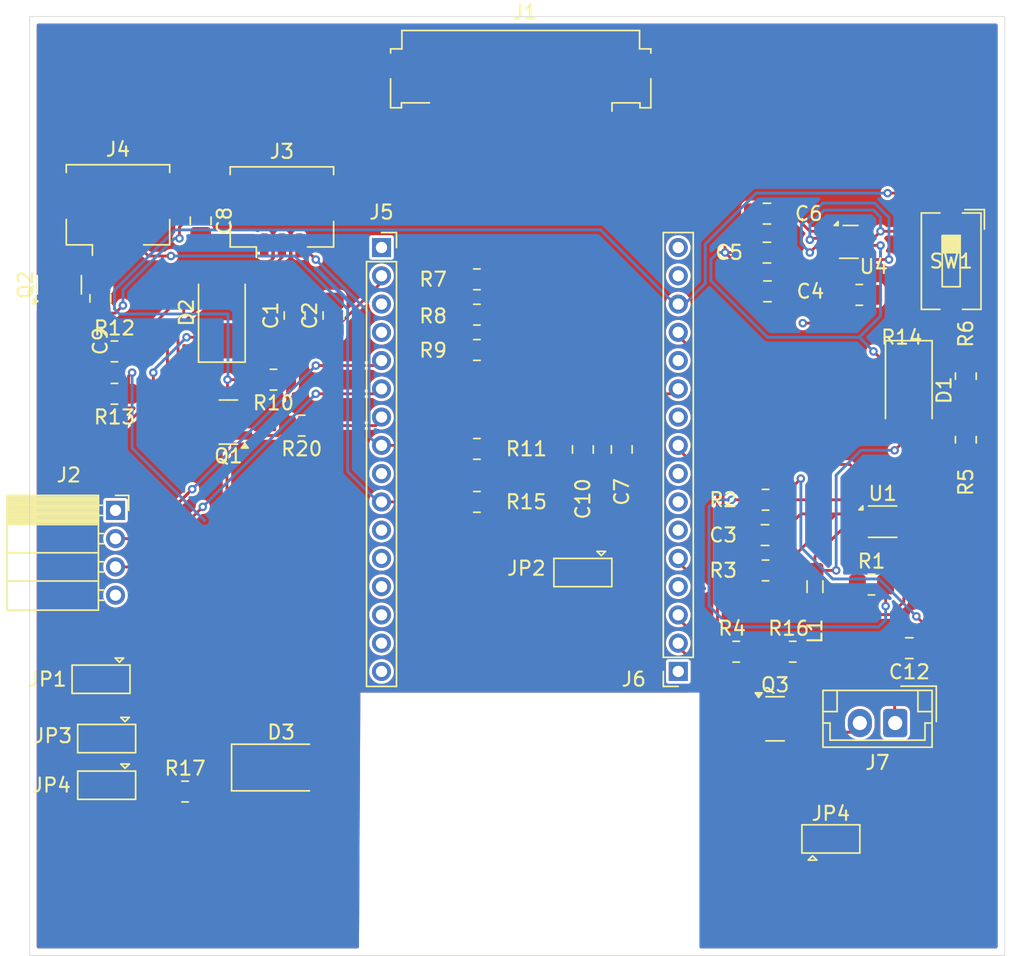
<source format=kicad_pcb>
(kicad_pcb (version 20241229) (generator "pcbnew") (generator_version "9.0")
  (layers (0 "F.Cu" signal) (2 "B.Cu" signal) (13 "F.Paste" user) (15 "B.Paste" user) (5 "F.SilkS" user "F.Silkscreen") (7 "B.SilkS" user "B.Silkscreen") (1 "F.Mask" user) (3 "B.Mask" user) (25 "Edge.Cuts" user))
  (net 0 "")
  (net 1 "3.3V")
  (net 2 "Net-(J5-Pin_2)")
  (net 3 "Net-(J6-Pin_13)")
  (net 4 "+5V")
  (net 5 "+5C")
  (net 6 "5U")
  (net 7 "Net-(J6-Pin_11)")
  (net 8 "Net-(J3-Pin_1)")
  (net 9 "Net-(J4-Pin_1)")
  (net 10 "+3.3V")
  (net 11 "/SPEAKER +")
  (net 12 "Net-(D1-A)")
  (net 13 "Net-(D2-A)")
  (net 14 "Net-(D3-A)")
  (net 15 "D0")
  (net 17 "A0")
  (net 18 "GPIO35")
  (net 19 "GPIO34")
  (net 21 "D37")
  (net 22 "ADC")
  (net 23 "RESET")
  (net 24 "MOSI")
  (net 25 "RX")
  (net 27 "MISO")
  (net 28 "TX")
  (net 29 "SCK")
  (net 30 "Fan1")
  (net 32 "AB1")
  (net 33 "SCL")
  (net 34 "SPEAKER")
  (net 36 "AB0")
  (net 38 "SDA")
  (net 39 "Fan2")
  (net 40 "D33")
  (net 41 "IRQ")
  (net 42 "/SPEAKER -")
  (net 43 "Net-(JP1-A)")
  (net 44 "Net-(JP1-C)")
  (net 45 "Net-(JP2-A)")
  (net 46 "Net-(JP3-A)")
  (net 47 "Net-(Q1-G)")
  (net 48 "Net-(Q2-G)")
  (net 49 "Net-(Q3-G)")
  (net 50 "Net-(U1-FB)")
  (net 51 "Net-(U1-VOUT)")
  (net 52 "Net-(U1-EN)")
  (net 53 "Net-(R5-Pad2)")
  (net 54 "+5U")
  (net 55 "Net-(SW1-Pad1)")
  (net 58 "/PS")
  (net 59 "Net-(JP4-A)")
  (net 63 "GND")
  (footprint "Resistor_SMD:R_0805_2012Metric_Pad1.20x1.40mm_HandSolder" (layer "F.Cu") (at 110.5 63.05 90)
    (property "Reference" "R5")
    (property "Value" "0")
  )
  (footprint "Resistor_SMD:R_0805_2012Metric_Pad1.20x1.40mm_HandSolder" (layer "F.Cu") (at 75.899 56.699)
    (property "Reference" "R9")
    (property "Value" "10k")
  )
  (footprint "Capacitor_SMD:C_0805_2012Metric_Pad1.18x1.45mm_HandSolder" (layer "F.Cu") (at 63 54.2625 90)
    (property "Reference" "C1")
    (property "Value" "47 uF")
  )
  (footprint "Jumper:SolderJumper-3_P1.3mm_Bridged12_Pad1.0x1.5mm" (layer "F.Cu") (at 49.7 87.5 180)
    (property "Reference" "JP4")
    (property "Value" "SolderJumper_3_Bridged12" (hide yes))
  )
  (footprint "Capacitor_SMD:C_0805_2012Metric_Pad1.18x1.45mm_HandSolder" (layer "F.Cu") (at 106.5 77.8 180)
    (property "Reference" "C12")
    (property "Value" "47uF")
  )
  (footprint "Package_DFN_QFN:Texas_RWU0007A_VQFN-7_2x2mm_P0.5mm" (layer "F.Cu") (at 104.613 68.85)
    (property "Reference" "U1")
    (property "Value" "TPS61022")
  )
  (footprint "Diode_SMD:D_SMA" (layer "F.Cu") (at 57.85 54.05 90)
    (property "Reference" "D2")
    (property "Value" "SS14")
  )
  (footprint "Resistor_SMD:R_0805_2012Metric_Pad1.20x1.40mm_HandSolder" (layer "F.Cu") (at 75.899 67.449)
    (property "Reference" "R15")
    (property "Value" "10k")
  )
  (footprint "Jumper:SolderJumper-3_P1.3mm_Bridged12_Pad1.0x1.5mm" (layer "F.Cu") (at 49.699 84.199 180)
    (property "Reference" "JP3")
    (property "Value" "SolderJumper_3_Bridged12" (hide yes))
  )
  (footprint "Button_Switch_SMD:SW_DIP_SPSTx01_Slide_6.7x4.1mm_W6.73mm_P2.54mm_LowProfile_JPin" (layer "F.Cu") (at 109.4625 50.415 -90)
    (property "Reference" "SW1")
    (property "Value" "SW_Push")
  )
  (footprint "Connector_PinSocket_2.00mm:PinSocket_1x16_P2.00mm_Vertical" (layer "F.Cu") (at 69.149 49.449)
    (property "Reference" "J5")
    (property "Value" "Conn_01x16")
  )
  (footprint "Resistor_SMD:R_0805_2012Metric_Pad1.20x1.40mm_HandSolder" (layer "F.Cu") (at 50.25 59.8 180)
    (property "Reference" "R13")
    (property "Value" "100")
  )
  (footprint "Resistor_SMD:R_0805_2012Metric_Pad1.20x1.40mm_HandSolder" (layer "F.Cu") (at 55.249 87.949)
    (property "Reference" "R17")
    (property "Value" "10k")
  )
  (footprint "Diode_SMD:D_SMA" (layer "F.Cu") (at 106.4625 59.55 -90)
    (property "Reference" "D1")
    (property "Value" "SS14")
  )
  (footprint "Connector_PinSocket_2.00mm:PinSocket_1x04_P2.00mm_Horizontal" (layer "F.Cu") (at 50.325 68.05)
    (property "Reference" "J2")
    (property "Value" "Conn_01x04")
  )
  (footprint "Package_TO_SOT_SMD:SOT-23" (layer "F.Cu") (at 58.3125 61.8 180)
    (property "Reference" "Q1")
    (property "Value" "AO3400A")
  )
  (footprint "Inductor_SMD:L_0805_2012Metric_Pad1.05x1.20mm_HandSolder" (layer "F.Cu") (at 99.825 73.45 90)
    (property "Reference" "L1")
    (property "Value" "1 uH")
  )
  (footprint "Capacitor_SMD:C_0805_2012Metric_Pad1.18x1.45mm_HandSolder" (layer "F.Cu") (at 56.35 47.55 -90)
    (property "Reference" "C8")
    (property "Value" "47uF")
  )
  (footprint "Capacitor_SMD:C_0805_2012Metric_Pad1.18x1.45mm_HandSolder" (layer "F.Cu") (at 65.75 54.2625 90)
    (property "Reference" "C2")
    (property "Value" "0.1 uF")
  )
  (footprint "Resistor_SMD:R_0805_2012Metric_Pad1.20x1.40mm_HandSolder" (layer "F.Cu") (at 96.325 72.3)
    (property "Reference" "R3")
    (property "Value" "100k")
  )
  (footprint "Package_TO_SOT_SMD:SOT-583-8" (layer "F.Cu") (at 102.2225 49.05)
    (property "Reference" "U4")
    (property "Value" "TPS2116DRL")
  )
  (footprint "Capacitor_SMD:C_0805_2012Metric_Pad1.18x1.45mm_HandSolder" (layer "F.Cu") (at 86.149 63.7365 -90)
    (property "Reference" "C7")
    (property "Value" "0.1 uF")
  )
  (footprint "Connector_Molex:Molex_CLIK-Mate_502382-0370_1x03-1MP_P1.25mm_Vertical" (layer "F.Cu") (at 62.1 47.35)
    (property "Reference" "J3")
    (property "Value" "Conn_01x03_MountingPin" (hide yes))
  )
  (footprint "Capacitor_SMD:C_0805_2012Metric_Pad1.18x1.45mm_HandSolder" (layer "F.Cu") (at 49.25 53.05 90)
    (property "Reference" "C9")
    (property "Value" "47uF")
  )
  (footprint "Capacitor_SMD:C_0805_2012Metric_Pad1.18x1.45mm_HandSolder" (layer "F.Cu") (at 83.399 63.7365 -90)
    (property "Reference" "C10")
    (property "Value" "47 uF")
  )
  (footprint "Diode_SMD:D_SMA" (layer "F.Cu") (at 62.049 86.249)
    (property "Reference" "D3")
    (property "Value" "SS14")
  )
  (footprint "Resistor_SMD:R_0805_2012Metric_Pad1.20x1.40mm_HandSolder" (layer "F.Cu") (at 110.5 58.55 90)
    (property "Reference" "R6")
    (property "Value" "10k")
  )
  (footprint "Resistor_SMD:R_0805_2012Metric_Pad1.20x1.40mm_HandSolder" (layer "F.Cu") (at 75.899 63.699)
    (property "Reference" "R11")
    (property "Value" "10k")
  )
  (footprint "Capacitor_SMD:C_0805_2012Metric_Pad1.18x1.45mm_HandSolder" (layer "F.Cu") (at 96.4625 52.55)
    (property "Reference" "C4")
    (property "Value" "22 uF")
  )
  (footprint "Resistor_SMD:R_0805_2012Metric_Pad1.20x1.40mm_HandSolder" (layer "F.Cu") (at 63.5 62.05 180)
    (property "Reference" "R20")
    (property "Value" "100")
  )
  (footprint "Resistor_SMD:R_0805_2012Metric_Pad1.20x1.40mm_HandSolder" (layer "F.Cu") (at 96.325 67.3)
    (property "Reference" "R2")
    (property "Value" "100k")
  )
  (footprint "Resistor_SMD:R_0805_2012Metric_Pad1.20x1.40mm_HandSolder" (layer "F.Cu") (at 102.9625 52.8 180)
    (property "Reference" "R14")
    (property "Value" "100k")
  )
  (footprint "Connector_JST:JST_EH_B2B-EH-A_1x02_P2.50mm_Vertical" (layer "F.Cu") (at 105.5 83.1 180)
    (property "Reference" "J7")
    (property "Value" "Conn_01x02")
  )
  (footprint "Resistor_SMD:R_0805_2012Metric_Pad1.20x1.40mm_HandSolder" (layer "F.Cu") (at 75.899 54.199)
    (property "Reference" "R8")
    (property "Value" "10k")
  )
  (footprint "Capacitor_SMD:C_0805_2012Metric_Pad1.18x1.45mm_HandSolder" (layer "F.Cu") (at 96.2875 69.8 180)
    (property "Reference" "C3")
    (property "Value" "22 uF")
  )
  (footprint "Capacitor_SMD:C_0805_2012Metric_Pad1.18x1.45mm_HandSolder" (layer "F.Cu") (at 96.425 49.81)
    (property "Reference" "C5" (hide yes))
    (property "Value" "22 uF")
  )
  (footprint "Capacitor_SMD:C_0805_2012Metric_Pad1.18x1.45mm_HandSolder" (layer "F.Cu") (at 96.425 47.05)
    (property "Reference" "C6")
    (property "Value" "22 uF")
  )
  (footprint "Resistor_SMD:R_0805_2012Metric_Pad1.20x1.40mm_HandSolder" (layer "F.Cu") (at 61.5 58.8 180)
    (property "Reference" "R10")
    (property "Value" "100k")
  )
  (footprint "Package_TO_SOT_SMD:SOT-23" (layer "F.Cu") (at 46.349 52.0865 90)
    (property "Reference" "Q2")
    (property "Value" "AO3400A")
  )
  (footprint "Jumper:SolderJumper-3_P1.3mm_Bridged12_Pad1.0x1.5mm" (layer "F.Cu") (at 49.3 80 180)
    (property "Reference" "JP1")
    (property "Value" "Jumper3" (hide yes))
  )
  (footprint "Connector_PinSocket_2.00mm:PinSocket_1x16_P2.00mm_Vertical" (layer "F.Cu") (at 90.149 79.449 180)
    (property "Reference" "J6")
    (property "Value" "Conn_01x16")
  )
  (footprint "Resistor_SMD:R_0805_2012Metric_Pad1.20x1.40mm_HandSolder" (layer "F.Cu") (at 75.899 51.699)
    (property "Reference" "R7")
    (property "Value" "10k")
  )
  (footprint "Connector_Molex:Molex_CLIK-Mate_502382-0370_1x03-1MP_P1.25mm_Vertical" (layer "F.Cu") (at 50.5 47.2)
    (property "Reference" "J4")
    (property "Value" "Conn_01x03_MountingPin" (hide yes))
  )
  (footprint "Jumper:SolderJumper-3_P1.3mm_Bridged12_Pad1.0x1.5mm" (layer "F.Cu") (at 100.95 91.3)
    (property "Reference" "JP4")
    (property "Value" "SolderJumper_3_Bridged12")
  )
  (footprint "Jumper:SolderJumper-3_P1.3mm_Bridged12_Pad1.0x1.5mm" (layer "F.Cu") (at 83.399 72.449 180)
    (property "Reference" "JP2")
    (property "Value" "SolderJumper_3_Bridged12" (hide yes))
  )
  (footprint "Resistor_SMD:R_0805_2012Metric_Pad1.20x1.40mm_HandSolder" (layer "F.Cu") (at 98.25 78.05)
    (property "Reference" "R16")
    (property "Value" "1M")
  )
  (footprint "Package_TO_SOT_SMD:SOT-23" (layer "F.Cu") (at 97 82.8)
    (property "Reference" "Q3")
    (property "Value" "AO3400A")
  )
  (footprint "Resistor_SMD:R_0805_2012Metric_Pad1.20x1.40mm_HandSolder" (layer "F.Cu") (at 103.825 73.3)
    (property "Reference" "R1")
    (property "Value" "732k")
  )
  (footprint "Resistor_SMD:R_0805_2012Metric_Pad1.20x1.40mm_HandSolder" (layer "F.Cu") (at 94.25 78.05)
    (property "Reference" "R4")
    (property "Value" "100")
  )
  (footprint "Resistor_SMD:R_0805_2012Metric_Pad1.20x1.40mm_HandSolder" (layer "F.Cu") (at 50.25 56.8)
    (property "Reference" "R12")
    (property "Value" "100k")
  )
  (footprint "Connector_FFC-FPC:Molex_200528-0130_1x13-1MP_P1.00mm_Horizontal" (layer "F.Cu") (at 79 38.39 180)
    (property "Reference" "J1")
    (property "Value" "Conn_01x15")
  )
  (gr_rect (start 44.25 33.1) (end 113.25 99.55) (stroke (width 0.05)) (fill no) (layer "Edge.Cuts"))
  (gr_text "C5" (at 93.75 49.8 0) (layer "F.SilkS") (effects (font (size 1 1))))
  (segment (start 63 53.225) (end 65.75 53.225) (width 0.2) (layer "F.Cu") (net 1))
  (segment (start 65.75 55.3) (end 69.25 51.8) (width 0.2) (layer "F.Cu") (net 2))
  (segment (start 63 55.3) (end 65.75 55.3) (width 0.2) (layer "F.Cu") (net 2))
  (segment (start 63.9625 55.3) (end 64 55.3375) (width 0.2) (layer "F.Cu") (net 2))
  (segment (start 93.325 65.3) (end 93.325 69.8) (width 0.2) (layer "F.Cu") (net 3))
  (segment (start 90.25 55.8) (end 93.325 58.875) (width 0.2) (layer "F.Cu") (net 3))
  (segment (start 93.325 69.8) (end 95.25 69.8) (width 0.2) (layer "F.Cu") (net 3))
  (segment (start 93.825 64.8) (end 93.325 65.3) (width 0.2) (layer "F.Cu") (net 3))
  (segment (start 105.588 68.1) (end 102.288 64.8) (width 0.2) (layer "F.Cu") (net 3))
  (segment (start 102.288 64.8) (end 93.825 64.8) (width 0.2) (layer "F.Cu") (net 3))
  (segment (start 93.325 74.1) (end 93.825 74.6) (width 0.2) (layer "F.Cu") (net 3))
  (segment (start 93.325 58.875) (end 93.325 65.3) (width 0.2) (layer "F.Cu") (net 3))
  (segment (start 93.325 69.8) (end 93.325 74.1) (width 0.2) (layer "F.Cu") (net 3))
  (segment (start 93.825 74.6) (end 99.825 74.6) (width 0.2) (layer "F.Cu") (net 3))
  (segment (start 101.4825 48.3) (end 101.865274 48.3) (width 0.2) (layer "F.Cu") (net 4))
  (segment (start 97.325 69.8) (end 97.325 67.3) (width 0.2) (layer "F.Cu") (net 4))
  (segment (start 102.1185 49.546774) (end 101.865274 49.8) (width 0.2) (layer "F.Cu") (net 4))
  (segment (start 60.5 58.8) (end 58.25 58.8) (width 0.2) (layer "F.Cu") (net 4))
  (segment (start 97.9375 82.8) (end 99.25 81.4875) (width 0.2) (layer "F.Cu") (net 4))
  (segment (start 109.93866 45.6) (end 104.9625 45.6) (width 0.2) (layer "F.Cu") (net 4))
  (segment (start 103.988 68.3) (end 102.988 67.3) (width 0.2) (layer "F.Cu") (net 4))
  (segment (start 110.5 64.05) (end 111.501 63.049) (width 0.2) (layer "F.Cu") (net 4))
  (segment (start 59.25 61.370532) (end 59.25 60.85) (width 0.2) (layer "F.Cu") (net 4))
  (segment (start 110.5 57.55) (end 110.5 46.16134) (width 0.2) (layer "F.Cu") (net 4))
  (segment (start 99.75 51.0875) (end 98.4725 49.81) (width 0.2) (layer "F.Cu") (net 4))
  (segment (start 101.865274 49.8) (end 101.4825 49.8) (width 0.2) (layer "F.Cu") (net 4))
  (segment (start 58.25 59.85) (end 58.25 58.8) (width 0.2) (layer "F.Cu") (net 4))
  (segment (start 97.9625 46.8) (end 99.4625 48.3) (width 0.2) (layer "F.Cu") (net 4))
  (segment (start 103.988 68.3) (end 101.325 68.3) (width 0.2) (layer "F.Cu") (net 4))
  (segment (start 102.1185 48.553226) (end 102.1185 49.546774) (width 0.2) (layer "F.Cu") (net 4))
  (segment (start 107.5375 76.0875) (end 107 75.55) (width 0.2) (layer "F.Cu") (net 4))
  (segment (start 103.9625 52.8) (end 101.9625 54.8) (width 0.2) (layer "F.Cu") (net 4))
  (segment (start 58.25 59.85) (end 59.25 60.85) (width 0.2) (layer "F.Cu") (net 4))
  (segment (start 99.75 51.0875) (end 97.5375 53.3) (width 0.2) (layer "F.Cu") (net 4))
  (segment (start 99.4625 48.3) (end 101.4825 48.3) (width 0.2) (layer "F.Cu") (net 4))
  (segment (start 51.25 56.65) (end 51.25 56.8) (width 0.2) (layer "F.Cu") (net 4))
  (segment (start 53.215 74.63) (end 58.2115 69.6335) (width 0.2) (layer "F.Cu") (net 4))
  (segment (start 101.0375 49.8) (end 99.75 51.0875) (width 0.2) (layer "F.Cu") (net 4))
  (segment (start 98.9625 54.725) (end 98.9625 54.8) (width 0.2) (layer "F.Cu") (net 4))
  (segment (start 97.325 67.3) (end 98.825 65.8) (width 0.2) (layer "F.Cu") (net 4))
  (segment (start 101.4825 49.8) (end 101.0375 49.8) (width 0.2) (layer "F.Cu") (net 4))
  (segment (start 54.55 53.35) (end 51.25 56.65) (width 0.2) (layer "F.Cu") (net 4))
  (segment (start 58.2115 69.6335) (end 58.2115 62.409032) (width 0.2) (layer "F.Cu") (net 4))
  (segment (start 101.325 68.3) (end 97.325 72.3) (width 0.2) (layer "F.Cu") (net 4))
  (segment (start 110.5 46.16134) (end 109.93866 45.6) (width 0.2) (layer "F.Cu") (net 4))
  (segment (start 103.988 68.3) (end 98.825 68.3) (width 0.2) (layer "F.Cu") (net 4))
  (segment (start 101.865274 48.3) (end 102.1185 48.553226) (width 0.2) (layer "F.Cu") (net 4))
  (segment (start 111.501 58.551) (end 110.5 57.55) (width 0.2) (layer "F.Cu") (net 4))
  (segment (start 107.5375 77.8) (end 107.5375 76.0875) (width 0.2) (layer "F.Cu") (net 4))
  (segment (start 97.4625 46.8) (end 97.9625 46.8) (width 0.2) (layer "F.Cu") (net 4))
  (segment (start 111.501 63.049) (end 111.501 58.551) (width 0.2) (layer "F.Cu") (net 4))
  (segment (start 98.825 68.3) (end 97.325 69.8) (width 0.2) (layer "F.Cu") (net 4))
  (segment (start 101.4725 49.81) (end 101.4825 49.8) (width 0.2) (layer "F.Cu") (net 4))
  (segment (start 98.4725 49.81) (end 97.4625 49.81) (width 0.2) (layer "F.Cu") (net 4))
  (segment (start 97.325 72.3) (end 97.325 69.8) (width 0.2) (layer "F.Cu") (net 4))
  (segment (start 52 74.63) (end 53.215 74.63) (width 0.2) (layer "F.Cu") (net 4))
  (segment (start 58.2115 62.409032) (end 59.25 61.370532) (width 0.2) (layer "F.Cu") (net 4))
  (segment (start 102.988 67.3) (end 97.325 67.3) (width 0.2) (layer "F.Cu") (net 4))
  (segment (start 98.9625 54.8) (end 101.9625 54.8) (width 0.2) (layer "F.Cu") (net 4))
  (segment (start 99.25 81.4875) (end 99.25 78.05) (width 0.2) (layer "F.Cu") (net 4))
  (via (at 58.25 58.8) (size 0.6) (drill 0.3) (layers "F.Cu" "B.Cu") (net 4))
  (via (at 98.825 65.8) (size 0.6) (drill 0.3) (layers "F.Cu" "B.Cu") (net 4))
  (via (at 104.9625 45.6) (size 0.6) (drill 0.3) (layers "F.Cu" "B.Cu") (net 4))
  (via (at 98.9625 54.8) (size 0.6) (drill 0.3) (layers "F.Cu" "B.Cu") (net 4))
  (via (at 107 75.55) (size 0.6) (drill 0.3) (layers "F.Cu" "B.Cu") (net 4))
  (segment (start 58.2839 58.7661) (end 58.2839 54.151) (width 0.2) (layer "B.Cu") (net 4))
  (segment (start 98.825 65.725) (end 98.825 65.8) (width 0.2) (layer "B.Cu") (net 4))
  (segment (start 104.9625 45.6) (end 95.6625 45.6) (width 0.2) (layer "B.Cu") (net 4))
  (segment (start 50.249 52.4839) (end 54.5339 48.199) (width 0.2) (layer "B.Cu") (net 4))
  (segment (start 50.249 53.798943) (end 50.249 52.4839) (width 0.2) (layer "B.Cu") (net 4))
  (segment (start 107 75.55) (end 104.351 72.901) (width 0.2) (layer "B.Cu") (net 4))
  (segment (start 100.987528 72.812472) (end 98.825 70.649943) (width 0.2) (layer "B.Cu") (net 4))
  (segment (start 54.5339 48.199) (end 84.649 48.199) (width 0.2) (layer "B.Cu") (net 4))
  (segment (start 58.25 58.8) (end 58.2839 58.7661) (width 0.2) (layer "B.Cu") (net 4))
  (segment (start 104.351 72.901) (end 101.076057 72.901) (width 0.2) (layer "B.Cu") (net 4))
  (segment (start 92.0615 49.201) (end 92.0615 51.9885) (width 0.2) (layer "B.Cu") (net 4))
  (segment (start 92.0615 49.201) (end 95.6625 45.6) (width 0.2) (layer "B.Cu") (net 4))
  (segment (start 92.0615 51.9885) (end 90.25 53.8) (width 0.2) (layer "B.Cu") (net 4))
  (segment (start 50.249 53.798943) (end 50.601057 54.151) (width 0.2) (layer "B.Cu") (net 4))
  (segment (start 84.649 48.199) (end 90.25 53.8) (width 0.2) (layer "B.Cu") (net 4))
  (segment (start 58.2839 54.151) (end 50.601057 54.151) (width 0.2) (layer "B.Cu") (net 4))
  (segment (start 101.076057 72.901) (end 100.987528 72.812472) (width 0.2) (layer "B.Cu") (net 4))
  (segment (start 98.825 70.649943) (end 98.825 65.8) (width 0.2) (layer "B.Cu") (net 4))
  (segment (start 50.3125 54.0875) (end 50.85 53.55) (width 0.2) (layer "F.Cu") (net 5))
  (segment (start 50 63.05) (end 53 60.05) (width 0.2) (layer "F.Cu") (net 5))
  (segment (start 93.4625 49.8) (end 93.4625 49.05) (width 0.2) (layer "F.Cu") (net 5))
  (segment (start 93.4625 48.975) (end 93.4625 49.05) (width 0.2) (layer "F.Cu") (net 5))
  (segment (start 104.7125 57.55) (end 103.9625 56.8) (width 0.2) (layer "F.Cu") (net 5))
  (segment (start 57.85 56.05) (end 57.6 55.8) (width 0.2) (layer "F.Cu") (net 5))
  (segment (start 95.425 51.7625) (end 93.4625 49.8) (width 0.2) (layer "F.Cu") (net 5))
  (segment (start 49.25 54.0875) (end 50.3125 54.0875) (width 0.2) (layer "F.Cu") (net 5))
  (segment (start 95.3875 47.05) (end 93.4625 48.975) (width 0.2) (layer "F.Cu") (net 5))
  (segment (start 53 60.05) (end 53 58.3) (width 0.2) (layer "F.Cu") (net 5))
  (segment (start 106.4625 57.55) (end 104.7125 57.55) (width 0.2) (layer "F.Cu") (net 5))
  (segment (start 102.9625 49.3) (end 104.4625 49.3) (width 0.2) (layer "F.Cu") (net 5))
  (segment (start 93.4625 49.8) (end 95.3775 49.8) (width 0.2) (layer "F.Cu") (net 5))
  (segment (start 54.85 48.0125) (end 54.85 48.8) (width 0.2) (layer "F.Cu") (net 5))
  (segment (start 56.35 46.5125) (end 54.85 48.0125) (width 0.2) (layer "F.Cu") (net 5))
  (segment (start 95.425 52.55) (end 95.425 51.7625) (width 0.2) (layer "F.Cu") (net 5))
  (segment (start 95.3775 49.8) (end 95.3875 49.81) (width 0.2) (layer "F.Cu") (net 5))
  (segment (start 57.6 55.8) (end 55.35 55.8) (width 0.2) (layer "F.Cu") (net 5))
  (via (at 53 58.3) (size 0.6) (drill 0.3) (layers "F.Cu" "B.Cu") (net 5))
  (via (at 104.4625 49.3) (size 0.6) (drill 0.3) (layers "F.Cu" "B.Cu") (net 5))
  (via (at 50.85 53.55) (size 0.6) (drill 0.3) (layers "F.Cu" "B.Cu") (net 5))
  (via (at 54.85 48.8) (size 0.6) (drill 0.3) (layers "F.Cu" "B.Cu") (net 5))
  (via (at 103.9625 56.8) (size 0.6) (drill 0.3) (layers "F.Cu" "B.Cu") (net 5))
  (via (at 55.35 55.8) (size 0.6) (drill 0.3) (layers "F.Cu" "B.Cu") (net 5))
  (via (at 93.4625 49.8) (size 0.6) (drill 0.3) (layers "F.Cu" "B.Cu") (net 5))
  (segment (start 93.4625 49.8) (end 92.9625 49.8) (width 0.2) (layer "B.Cu") (net 5))
  (segment (start 104.4625 54.3) (end 102.9625 55.8) (width 0.2) (layer "B.Cu") (net 5))
  (segment (start 104.4625 49.8) (end 104.4625 49.3) (width 0.2) (layer "B.Cu") (net 5))
  (segment (start 53 58.15) (end 55.35 55.8) (width 0.2) (layer "B.Cu") (net 5))
  (segment (start 102.9625 55.8) (end 103.9625 56.8) (width 0.2) (layer "B.Cu") (net 5))
  (segment (start 104.4625 50.3) (end 104.4625 49.8) (width 0.2) (layer "B.Cu") (net 5))
  (segment (start 50.85 53.55) (end 50.85 52.45) (width 0.2) (layer "B.Cu") (net 5))
  (segment (start 104.4625 49.8) (end 104.4625 54.3) (width 0.2) (layer "B.Cu") (net 5))
  (segment (start 50.85 52.45) (end 54.5 48.8) (width 0.2) (layer "B.Cu") (net 5))
  (segment (start 92.9625 49.8) (end 92.4625 50.3) (width 0.2) (layer "B.Cu") (net 5))
  (segment (start 92.4625 51.8) (end 96.4625 55.8) (width 0.2) (layer "B.Cu") (net 5))
  (segment (start 54.5 48.8) (end 54.85 48.8) (width 0.2) (layer "B.Cu") (net 5))
  (segment (start 92.4625 50.3) (end 92.4625 51.8) (width 0.2) (layer "B.Cu") (net 5))
  (segment (start 96.4625 55.8) (end 102.9625 55.8) (width 0.2) (layer "B.Cu") (net 5))
  (segment (start 53 58.3) (end 53 58.15) (width 0.2) (layer "B.Cu") (net 5))
  (segment (start 87 59.8) (end 90.25 59.8) (width 0.2) (layer "F.Cu") (net 7))
  (segment (start 60.1375 48.5875) (end 60.85 49.3) (width 0.2) (layer "F.Cu") (net 8))
  (segment (start 56.35 48.5875) (end 60.1375 48.5875) (width 0.2) (layer "F.Cu") (net 8))
  (segment (start 49.25 52.0125) (end 49.25 49.15) (width 0.2) (layer "F.Cu") (net 9))
  (segment (start 49.1 49.3) (end 49.25 49.15) (width 0.2) (layer "F.Cu") (net 9))
  (segment (start 74.899 54.199) (end 74.899 51.699) (width 0.2) (layer "F.Cu") (net 10))
  (segment (start 73.364392 51.63025) (end 73.374392 51.62025) (width 0.2) (layer "F.Cu") (net 10))
  (segment (start 74.899 56.699) (end 74.899 54.199) (width 0.2) (layer "F.Cu") (net 10))
  (segment (start 105.4625 77.8) (end 105.4625 83.0625) (width 0.2) (layer "F.Cu") (net 11))
  (segment (start 105.4625 83.0625) (end 105.5 83.1) (width 0.2) (layer "F.Cu") (net 11))
  (segment (start 99.825 72.3) (end 101.325 72.3) (width 0.2) (layer "F.Cu") (net 12))
  (segment (start 104.138 68.85) (end 102.275 68.85) (width 0.2) (layer "F.Cu") (net 12))
  (segment (start 99.825 71.3) (end 99.825 72.3) (width 0.2) (layer "F.Cu") (net 12))
  (segment (start 106.4625 62.8) (end 105.4625 63.8) (width 0.2) (layer "F.Cu") (net 12))
  (segment (start 106.4625 61.55) (end 106.4625 62.8) (width 0.2) (layer "F.Cu") (net 12))
  (segment (start 102.275 68.85) (end 99.825 71.3) (width 0.2) (layer "F.Cu") (net 12))
  (segment (start 104.863 68.85) (end 104.864 68.851) (width 0.2) (layer "F.Cu") (net 12))
  (segment (start 104.138 68.85) (end 104.863 68.85) (width 0.2) (layer "F.Cu") (net 12))
  (via (at 101.325 72.3) (size 0.6) (drill 0.3) (layers "F.Cu" "B.Cu") (net 12))
  (via (at 105.4625 63.8) (size 0.6) (drill 0.3) (layers "F.Cu" "B.Cu") (net 12))
  (segment (start 103.075 63.8) (end 101.325 65.55) (width 0.2) (layer "B.Cu") (net 12))
  (segment (start 101.325 72.3) (end 101.325 65.55) (width 0.2) (layer "B.Cu") (net 12))
  (segment (start 104.5 63.8) (end 105.4625 63.8) (width 0.2) (layer "B.Cu") (net 12))
  (segment (start 104.5 63.8) (end 103.075 63.8) (width 0.2) (layer "B.Cu") (net 12))
  (segment (start 57.375 61.8) (end 54.749 59.174) (width 0.2) (layer "F.Cu") (net 13))
  (segment (start 57.85 52.05) (end 60.199999 52.05) (width 0.2) (layer "F.Cu") (net 13))
  (segment (start 62.1 50.149999) (end 62.1 49.3) (width 0.2) (layer "F.Cu") (net 13))
  (segment (start 54.749 55.151) (end 57.85 52.05) (width 0.2) (layer "F.Cu") (net 13))
  (segment (start 60.199999 52.05) (end 62.1 50.149999) (width 0.2) (layer "F.Cu") (net 13))
  (segment (start 54.749 59.174) (end 54.749 55.151) (width 0.2) (layer "F.Cu") (net 13))
  (segment (start 50.5 49.15) (end 50.5 49.999999) (width 0.2) (layer "F.Cu") (net 14))
  (segment (start 55.151 52.571532) (end 54.054468 51.475) (width 0.2) (layer "F.Cu") (net 14))
  (segment (start 54.054468 51.475) (end 53.6 51.475) (width 0.2) (layer "F.Cu") (net 14))
  (segment (start 55.151 54.128468) (end 55.151 52.571532) (width 0.2) (layer "F.Cu") (net 14))
  (segment (start 54 55.279468) (end 55.151 54.128468) (width 0.2) (layer "F.Cu") (net 14))
  (segment (start 54 63.05) (end 54 55.279468) (width 0.2) (layer "F.Cu") (net 14))
  (segment (start 50.325 72.05) (end 52.25 72.05) (width 0.2) (layer "F.Cu") (net 15))
  (segment (start 69.25 59.8) (end 64.5 59.8) (width 0.2) (layer "F.Cu") (net 15))
  (segment (start 52.25 72.05) (end 56.5 67.8) (width 0.2) (layer "F.Cu") (net 15))
  (via (at 64.5 59.8) (size 0.6) (drill 0.3) (layers "F.Cu" "B.Cu") (net 15))
  (via (at 56.5 67.8) (size 0.6) (drill 0.3) (layers "F.Cu" "B.Cu") (net 15))
  (segment (start 56.5 67.8) (end 64.5 59.8) (width 0.2) (layer "B.Cu") (net 15))
  (segment (start 52.25 70.05) (end 55.75 66.55) (width 0.2) (layer "F.Cu") (net 17))
  (segment (start 55.75 66.55) (end 52.75 69.55) (width 0.2) (layer "F.Cu") (net 17))
  (segment (start 50.325 70.05) (end 52.25 70.05) (width 0.2) (layer "F.Cu") (net 17))
  (segment (start 69.25 57.8) (end 64.5 57.8) (width 0.2) (layer "F.Cu") (net 17))
  (via (at 55.75 66.55) (size 0.6) (drill 0.3) (layers "F.Cu" "B.Cu") (net 17))
  (via (at 64.5 57.8) (size 0.6) (drill 0.3) (layers "F.Cu" "B.Cu") (net 17))
  (segment (start 64.5 57.8) (end 55.75 66.55) (width 0.2) (layer "B.Cu") (net 17))
  (segment (start 51.75 49.15) (end 52.65 50.05) (width 0.2) (layer "F.Cu") (net 18))
  (segment (start 74.899 67.449) (end 69.149 67.449) (width 0.2) (layer "F.Cu") (net 18))
  (segment (start 52.65 50.05) (end 54.25 50.05) (width 0.2) (layer "F.Cu") (net 18))
  (via (at 54.25 50.05) (size 0.6) (drill 0.3) (layers "F.Cu" "B.Cu") (net 18))
  (segment (start 54.25 50.05) (end 63 50.05) (width 0.2) (layer "B.Cu") (net 18))
  (segment (start 66.75 65.3) (end 69.25 67.8) (width 0.2) (layer "B.Cu") (net 18))
  (segment (start 69.251 67.799) (end 69.25 67.8) (width 0.2) (layer "B.Cu") (net 18))
  (segment (start 63 50.05) (end 66.75 53.8) (width 0.2) (layer "B.Cu") (net 18))
  (segment (start 66.75 53.8) (end 66.75 65.3) (width 0.2) (layer "B.Cu") (net 18))
  (segment (start 74.399 63.449) (end 69.149 63.449) (width 0.2) (layer "F.Cu") (net 19))
  (segment (start 74.899 63.699) (end 74.649 63.699) (width 0.2) (layer "F.Cu") (net 19))
  (segment (start 74.649 63.699) (end 74.399 63.449) (width 0.2) (layer "F.Cu") (net 19))
  (segment (start 63.5 49.3) (end 64.5 50.3) (width 0.2) (layer "F.Cu") (net 19))
  (segment (start 63.35 49.3) (end 63.5 49.3) (width 0.2) (layer "F.Cu") (net 19))
  (via (at 64.5 50.3) (size 0.6) (drill 0.3) (layers "F.Cu" "B.Cu") (net 19))
  (segment (start 64.5 50.3) (end 68.274 54.074) (width 0.2) (layer "B.Cu") (net 19))
  (segment (start 68.274 54.074) (end 68.274 62.824) (width 0.2) (layer "B.Cu") (net 19))
  (segment (start 68.274 62.824) (end 69.25 63.8) (width 0.2) (layer "B.Cu") (net 19))
  (segment (start 69.301 63.749) (end 69.25 63.8) (width 0.2) (layer "B.Cu") (net 19))
  (segment (start 69.25 61.8) (end 69 61.8) (width 0.2) (layer "F.Cu") (net 30))
  (segment (start 68.75 62.05) (end 64.5 62.05) (width 0.2) (layer "F.Cu") (net 30))
  (segment (start 69 61.8) (end 68.75 62.05) (width 0.2) (layer "F.Cu") (net 30))
  (segment (start 91.226 80.776) (end 91.226 78.776) (width 0.2) (layer "F.Cu") (net 33))
  (segment (start 91.226 78.776) (end 90.25 77.8) (width 0.2) (layer "F.Cu") (net 33))
  (segment (start 93.25 78.05) (end 92.924 77.724) (width 0.2) (layer "F.Cu") (net 34))
  (segment (start 92.924 66.474) (end 90.25 63.8) (width 0.2) (layer "F.Cu") (net 34))
  (segment (start 92.924 77.724) (end 92.924 66.474) (width 0.2) (layer "F.Cu") (net 34))
  (segment (start 91.627 77.177) (end 90.25 75.8) (width 0.2) (layer "F.Cu") (net 36))
  (segment (start 51.25 58.55) (end 51.5 58.3) (width 0.2) (layer "F.Cu") (net 39))
  (segment (start 51.25 59.8) (end 51.25 58.55) (width 0.2) (layer "F.Cu") (net 39))
  (via (at 51.5 58.3) (size 0.6) (drill 0.3) (layers "F.Cu" "B.Cu") (net 39))
  (segment (start 51.5 63.649943) (end 56.626057 68.776) (width 0.2) (layer "B.Cu") (net 39))
  (segment (start 51.5 58.3) (end 51.5 63.649943) (width 0.2) (layer "B.Cu") (net 39))
  (segment (start 92.028 73.578) (end 90.25 71.8) (width 0.2) (layer "F.Cu") (net 41))
  (segment (start 96.0625 83.75) (end 102.35 83.75) (width 0.2) (layer "F.Cu") (net 42))
  (segment (start 96 83.9875) (end 96.454468 83.9875) (width 0.2) (layer "F.Cu") (net 42))
  (segment (start 102.35 83.75) (end 103 83.1) (width 0.2) (layer "F.Cu") (net 42))
  (segment (start 59.25 62.75) (end 61.8 62.75) (width 0.2) (layer "F.Cu") (net 47))
  (segment (start 62.5 62.05) (end 62.5 58.8) (width 0.2) (layer "F.Cu") (net 47))
  (segment (start 61.8 62.75) (end 62.5 62.05) (width 0.2) (layer "F.Cu") (net 47))
  (segment (start 97.25 78.05) (end 95.25 78.05) (width 0.2) (layer "F.Cu") (net 49))
  (segment (start 96.0625 81.85) (end 97.25 80.6625) (width 0.2) (layer "F.Cu") (net 49))
  (segment (start 96.95 78.35) (end 97.25 78.05) (width 0.2) (layer "F.Cu") (net 49))
  (segment (start 97.25 80.6625) (end 97.25 78.05) (width 0.2) (layer "F.Cu") (net 49))
  (segment (start 104.825 73.3) (end 104.825 74.826) (width 0.2) (layer "F.Cu") (net 50))
  (segment (start 105.588 69.6) (end 104.825 70.363) (width 0.2) (layer "F.Cu") (net 50))
  (segment (start 95.325 67.3) (end 93.925 67.3) (width 0.2) (layer "F.Cu") (net 50))
  (segment (start 104.825 70.363) (end 104.825 73.3) (width 0.2) (layer "F.Cu") (net 50))
  (segment (start 105.388 69.8) (end 105.325 69.8) (width 0.2) (layer "F.Cu") (net 50))
  (via (at 93.925 67.3) (size 0.6) (drill 0.3) (layers "F.Cu" "B.Cu") (net 50))
  (via (at 104.825 74.826) (size 0.6) (drill 0.3) (layers "F.Cu" "B.Cu") (net 50))
  (segment (start 92.825 67.3) (end 93.925 67.3) (width 0.2) (layer "B.Cu") (net 50))
  (segment (start 92.325 67.8) (end 92.825 67.3) (width 0.2) (layer "B.Cu") (net 50))
  (segment (start 104.825 75.8) (end 104.325 76.3) (width 0.2) (layer "B.Cu") (net 50))
  (segment (start 104.325 76.3) (end 93.825 76.3) (width 0.2) (layer "B.Cu") (net 50))
  (segment (start 93.825 76.3) (end 92.325 74.8) (width 0.2) (layer "B.Cu") (net 50))
  (segment (start 92.325 74.8) (end 92.325 67.8) (width 0.2) (layer "B.Cu") (net 50))
  (segment (start 104.825 74.826) (end 104.825 75.8) (width 0.2) (layer "B.Cu") (net 50))
  (segment (start 102.825 70.563) (end 102.825 73.3) (width 0.2) (layer "F.Cu") (net 51))
  (segment (start 103.988 69.4) (end 102.825 70.563) (width 0.2) (layer "F.Cu") (net 51))
  (segment (start 106.114 69.385202) (end 106.114 74.511) (width 0.2) (layer "F.Cu") (net 52))
  (segment (start 102.06216 75.426) (end 99.93716 73.301) (width 0.2) (layer "F.Cu") (net 52))
  (segment (start 106.114 74.511) (end 105.199 75.426) (width 0.2) (layer "F.Cu") (net 52))
  (segment (start 99.93716 73.301) (end 96.326 73.301) (width 0.2) (layer "F.Cu") (net 52))
  (segment (start 105.828798 69.1) (end 106.114 69.385202) (width 0.2) (layer "F.Cu") (net 52))
  (segment (start 105.199 75.426) (end 102.06216 75.426) (width 0.2) (layer "F.Cu") (net 52))
  (segment (start 96.326 73.301) (end 95.325 72.3) (width 0.2) (layer "F.Cu") (net 52))
  (segment (start 105.588 69.1) (end 105.828798 69.1) (width 0.2) (layer "F.Cu") (net 52))
  (segment (start 110.5 59.55) (end 109.4625 58.5125) (width 0.2) (layer "F.Cu") (net 53))
  (segment (start 110.5 62.05) (end 110.5 59.55) (width 0.2) (layer "F.Cu") (net 53))
  (segment (start 109.4625 58.5125) (end 109.4625 53.78) (width 0.2) (layer "F.Cu") (net 53))
  (segment (start 109.9625 52.915) (end 109.4625 53.415) (width 0.2) (layer "F.Cu") (net 53))
  (segment (start 102.9625 49.8) (end 103.4625 50.3) (width 0.2) (layer "F.Cu") (net 54))
  (segment (start 99.9625 49.3) (end 99.4625 49.8) (width 0.2) (layer "F.Cu") (net 54))
  (segment (start 101.9625 50.8) (end 102.9625 49.8) (width 0.2) (layer "F.Cu") (net 54))
  (segment (start 101.9625 52.8) (end 101.9625 50.8) (width 0.2) (layer "F.Cu") (net 54))
  (segment (start 103.4625 50.3) (end 105.0625 50.3) (width 0.2) (layer "F.Cu") (net 54))
  (segment (start 101.4825 49.3) (end 99.9625 49.3) (width 0.2) (layer "F.Cu") (net 54))
  (via (at 99.4625 49.8) (size 0.6) (drill 0.3) (layers "F.Cu" "B.Cu") (net 54))
  (via (at 105.0625 50.3) (size 0.6) (drill 0.3) (layers "F.Cu" "B.Cu") (net 54))
  (segment (start 98.8615 47.8339) (end 98.8615 49.199) (width 0.2) (layer "B.Cu") (net 54))
  (segment (start 105.0625 50.3) (end 105.0625 47.3329) (width 0.2) (layer "B.Cu") (net 54))
  (segment (start 104.0296 46.3) (end 100.3954 46.3) (width 0.2) (layer "B.Cu") (net 54))
  (segment (start 98.8615 49.199) (end 99.4625 49.8) (width 0.2) (layer "B.Cu") (net 54))
  (segment (start 105.0625 47.3329) (end 104.0296 46.3) (width 0.2) (layer "B.Cu") (net 54))
  (segment (start 100.3954 46.3) (end 98.8615 47.8339) (width 0.2) (layer "B.Cu") (net 54))
  (segment (start 107.8475 48.3) (end 104.4625 48.3) (width 0.2) (layer "F.Cu") (net 55))
  (segment (start 101.4825 48.8) (end 99.5625 48.8) (width 0.2) (layer "F.Cu") (net 55))
  (segment (start 102.9625 48.8) (end 103.9625 48.8) (width 0.2) (layer "F.Cu") (net 55))
  (segment (start 109.4625 46.685) (end 107.8475 48.3) (width 0.2) (layer "F.Cu") (net 55))
  (segment (start 99.5625 48.8) (end 99.4625 48.9) (width 0.2) (layer "F.Cu") (net 55))
  (segment (start 103.9625 48.8) (end 104.4625 48.3) (width 0.2) (layer "F.Cu") (net 55))
  (via (at 99.4625 48.9) (size 0.6) (drill 0.3) (layers "F.Cu" "B.Cu") (net 55))
  (via (at 104.4625 48.3) (size 0.6) (drill 0.3) (layers "F.Cu" "B.Cu") (net 55))
  (segment (start 103.9625 46.8) (end 104.4625 47.3) (width 0.2) (layer "B.Cu") (net 55))
  (segment (start 104.4625 47.3) (end 104.4625 48.3) (width 0.2) (layer "B.Cu") (net 55))
  (segment (start 100.4625 46.8) (end 103.9625 46.8) (width 0.2) (layer "B.Cu") (net 55))
  (segment (start 99.4625 47.8) (end 100.4625 46.8) (width 0.2) (layer "B.Cu") (net 55))
  (segment (start 99.4625 48.9) (end 99.4625 47.8) (width 0.2) (layer "B.Cu") (net 55))
  (segment (start 49.35 56.9) (end 49.25 56.8) (width 0.2) (layer "F.Cu") (net 63))
  (segment (start 49.25 56.75) (end 49.25 56.8) (width 0.2) (layer "F.Cu") (net 63))
  (segment (start 52.65 53.35) (end 49.25 56.75) (width 0.2) (layer "F.Cu") (net 63))
  (zone (net 63) (net_name "GND") (layer "F.Cu") (name "ESP32 Antenna Keepout ") (connect_pads (clearance 0)) (min_thickness 0.25) (fill yes (thermal_gap 0.5) (thermal_bridge_width 0.5))
    (polygon (pts (xy 44.246317 33.09999) (xy 113.272556 33.125163) (xy 113.25 99.55) (xy 44.25 99.55) (xy 44.246317 33.09999)))
  )
  (zone (net 0) (net_name "") (layers "F.Cu" "B.Cu") (name "ESP32 Antenna Keepout ") (connect_pads (clearance 0)) (min_thickness 0.25)
    (keepout (tracks not_allowed) (vias not_allowed) (pads not_allowed) (copperpour not_allowed) (footprints not_allowed))
    (fill (thermal_gap 0.5) (thermal_bridge_width 0.5))
    (polygon (pts (xy 67.649 80.949) (xy 91.649 80.949) (xy 91.649 99.549) (xy 67.549 99.449)))
  )
  (zone (net 63) (net_name "GND") (layer "B.Cu") (name "ESP32 Antenna Keepout ") (priority 1) (connect_pads (clearance 0)) (min_thickness 0.25) (fill yes (thermal_gap 0.5) (thermal_bridge_width 0.5))
    (polygon (pts (xy 44.25 33) (xy 113.25 33) (xy 113.25 99.5) (xy 44.25 99.449)))
  )
)
</source>
